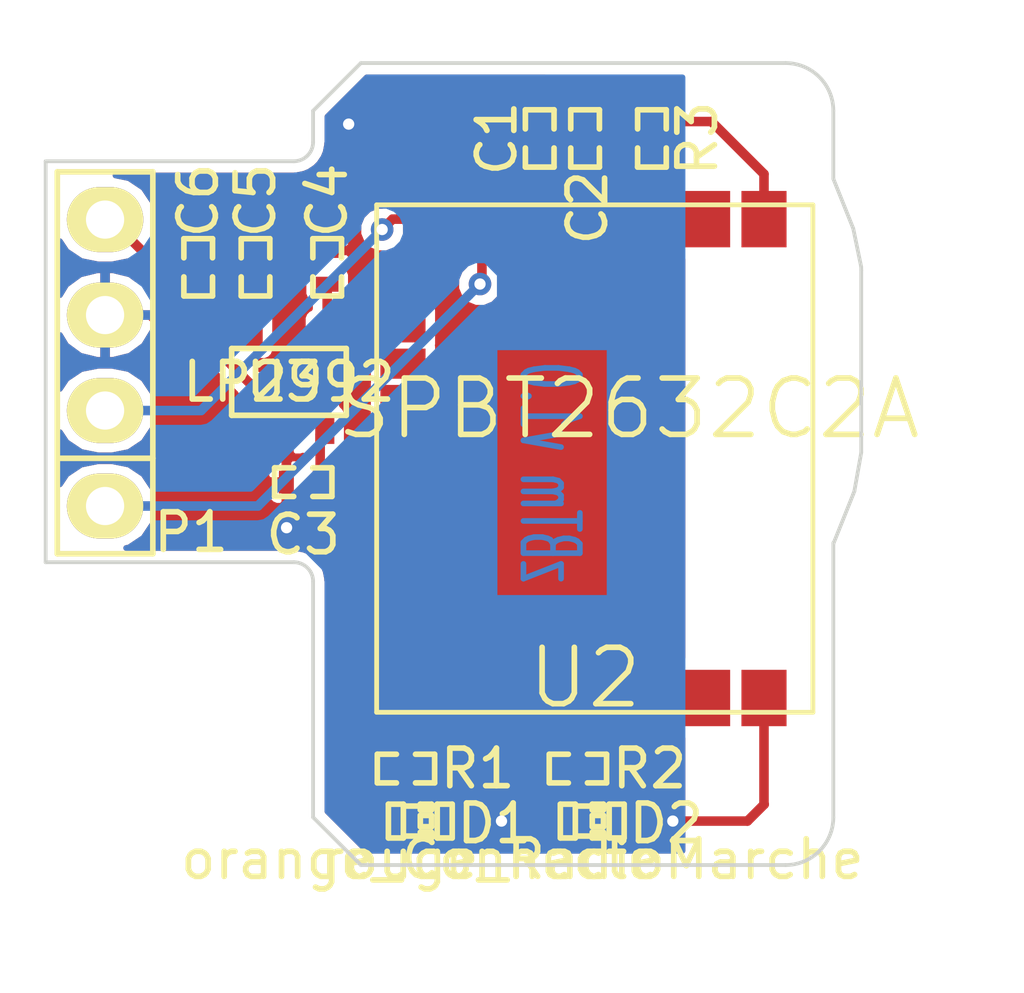
<source format=kicad_pcb>
(kicad_pcb (version 4) (host pcbnew "(2014-10-23 BZR 4804)-product")

  (general
    (links 28)
    (no_connects 0)
    (area 127.275667 85.09 156.781501 111.506001)
    (thickness 1.6)
    (drawings 36)
    (tracks 106)
    (zones 0)
    (modules 14)
    (nets 13)
  )

  (page A4)
  (layers
    (0 F.Cu signal)
    (31 B.Cu signal)
    (34 B.Paste user)
    (35 F.Paste user)
    (36 B.SilkS user)
    (37 F.SilkS user)
    (38 B.Mask user)
    (39 F.Mask user)
    (40 Dwgs.User user)
    (41 Cmts.User user)
    (42 Eco1.User user)
    (43 Eco2.User user hide)
    (44 Edge.Cuts user)
    (45 Margin user)
  )

  (setup
    (last_trace_width 0.254)
    (trace_clearance 0.15)
    (zone_clearance 0.254)
    (zone_45_only yes)
    (trace_min 0.254)
    (segment_width 0.15)
    (edge_width 0.15)
    (via_size 0.6)
    (via_drill 0.3)
    (via_min_size 0.6)
    (via_min_drill 0.3)
    (uvia_size 0.508)
    (uvia_drill 0.127)
    (uvias_allowed no)
    (uvia_min_size 0.508)
    (uvia_min_drill 0.127)
    (pcb_text_width 0.3)
    (pcb_text_size 1.5 1.5)
    (mod_edge_width 0.127)
    (mod_text_size 1.5 1.5)
    (mod_text_width 0.15)
    (pad_size 1.7272 2.032)
    (pad_drill 1.016)
    (pad_to_mask_clearance 0.2)
    (aux_axis_origin 151.384 104.648)
    (visible_elements FFFC6D3F)
    (pcbplotparams
      (layerselection 0x01020_00000000)
      (usegerberextensions false)
      (excludeedgelayer false)
      (linewidth 0.100000)
      (plotframeref false)
      (viasonmask false)
      (mode 1)
      (useauxorigin false)
      (hpglpennumber 1)
      (hpglpenspeed 20)
      (hpglpendiameter 15)
      (hpglpenoverlay 2)
      (psnegative false)
      (psa4output false)
      (plotreference true)
      (plotvalue false)
      (plotinvisibletext false)
      (padsonsilk true)
      (subtractmaskfromsilk false)
      (outputformat 4)
      (mirror false)
      (drillshape 0)
      (scaleselection 1)
      (outputdirectory gerber/))
  )

  (net 0 "")
  (net 1 +2.5V)
  (net 2 GND)
  (net 3 "Net-(C2-Pad2)")
  (net 4 +5V)
  (net 5 "Net-(C4-Pad2)")
  (net 6 "Net-(D1-Pad1)")
  (net 7 "Net-(D2-Pad1)")
  (net 8 UART_TX)
  (net 9 UART_RX)
  (net 10 "Net-(R1-Pad1)")
  (net 11 "Net-(R2-Pad1)")
  (net 12 "Net-(U2-Pad11)")

  (net_class Default "Ceci est la Netclass par défaut"
    (clearance 0.15)
    (trace_width 0.254)
    (via_dia 0.6)
    (via_drill 0.3)
    (uvia_dia 0.508)
    (uvia_drill 0.127)
    (add_net +2.5V)
    (add_net +5V)
    (add_net GND)
    (add_net "Net-(C2-Pad2)")
    (add_net "Net-(C4-Pad2)")
    (add_net "Net-(D1-Pad1)")
    (add_net "Net-(D2-Pad1)")
    (add_net "Net-(R1-Pad1)")
    (add_net "Net-(R2-Pad1)")
    (add_net "Net-(U2-Pad11)")
    (add_net UART_RX)
    (add_net UART_TX)
  )

  (module LEDs:LED-0603 (layer F.Cu) (tedit 54986003) (tstamp 5488166E)
    (at 140.716 106.934)
    (descr "LED 0603 smd package")
    (tags "LED led 0603 SMD smd SMT smt smdled SMDLED smtled SMTLED")
    (path /547F5B12)
    (attr smd)
    (fp_text reference D1 (at 1.9685 0.0635 180) (layer F.SilkS)
      (effects (font (size 1 1) (thickness 0.15)))
    )
    (fp_text value orange_Connecte (at 0 1.016) (layer F.SilkS)
      (effects (font (size 1 1) (thickness 0.15)))
    )
    (fp_line (start 0.44958 -0.44958) (end 0.44958 0.44958) (layer F.SilkS) (width 0.15))
    (fp_line (start 0.44958 0.44958) (end 0.84836 0.44958) (layer F.SilkS) (width 0.15))
    (fp_line (start 0.84836 -0.44958) (end 0.84836 0.44958) (layer F.SilkS) (width 0.15))
    (fp_line (start 0.44958 -0.44958) (end 0.84836 -0.44958) (layer F.SilkS) (width 0.15))
    (fp_line (start -0.84836 -0.44958) (end -0.84836 0.44958) (layer F.SilkS) (width 0.15))
    (fp_line (start -0.84836 0.44958) (end -0.44958 0.44958) (layer F.SilkS) (width 0.15))
    (fp_line (start -0.44958 -0.44958) (end -0.44958 0.44958) (layer F.SilkS) (width 0.15))
    (fp_line (start -0.84836 -0.44958) (end -0.44958 -0.44958) (layer F.SilkS) (width 0.15))
    (fp_line (start 0 -0.44958) (end 0 -0.29972) (layer F.SilkS) (width 0.15))
    (fp_line (start 0 -0.29972) (end 0.29972 -0.29972) (layer F.SilkS) (width 0.15))
    (fp_line (start 0.29972 -0.44958) (end 0.29972 -0.29972) (layer F.SilkS) (width 0.15))
    (fp_line (start 0 -0.44958) (end 0.29972 -0.44958) (layer F.SilkS) (width 0.15))
    (fp_line (start 0 0.29972) (end 0 0.44958) (layer F.SilkS) (width 0.15))
    (fp_line (start 0 0.44958) (end 0.29972 0.44958) (layer F.SilkS) (width 0.15))
    (fp_line (start 0.29972 0.29972) (end 0.29972 0.44958) (layer F.SilkS) (width 0.15))
    (fp_line (start 0 0.29972) (end 0.29972 0.29972) (layer F.SilkS) (width 0.15))
    (fp_line (start 0 -0.14986) (end 0 0.14986) (layer F.SilkS) (width 0.15))
    (fp_line (start 0 0.14986) (end 0.29972 0.14986) (layer F.SilkS) (width 0.15))
    (fp_line (start 0.29972 -0.14986) (end 0.29972 0.14986) (layer F.SilkS) (width 0.15))
    (fp_line (start 0 -0.14986) (end 0.29972 -0.14986) (layer F.SilkS) (width 0.15))
    (fp_line (start 0.44958 -0.39878) (end -0.44958 -0.39878) (layer F.SilkS) (width 0.15))
    (fp_line (start 0.44958 0.39878) (end -0.44958 0.39878) (layer F.SilkS) (width 0.15))
    (pad 1 smd rect (at -0.7493 0) (size 0.79756 0.79756) (layers F.Cu F.Paste F.Mask)
      (net 6 "Net-(D1-Pad1)"))
    (pad 2 smd rect (at 0.7493 0) (size 0.79756 0.79756) (layers F.Cu F.Paste F.Mask)
      (net 2 GND))
  )

  (module LEDs:LED-0603 (layer F.Cu) (tedit 54985FF9) (tstamp 548B40EC)
    (at 145.288 106.934)
    (descr "LED 0603 smd package")
    (tags "LED led 0603 SMD smd SMT smt smdled SMDLED smtled SMTLED")
    (path /547F5B95)
    (attr smd)
    (fp_text reference D2 (at 1.9685 0.0635 180) (layer F.SilkS)
      (effects (font (size 1 1) (thickness 0.15)))
    )
    (fp_text value rouge_RadioMarche (at 0 1.016) (layer F.SilkS)
      (effects (font (size 1 1) (thickness 0.15)))
    )
    (fp_line (start 0.44958 -0.44958) (end 0.44958 0.44958) (layer F.SilkS) (width 0.15))
    (fp_line (start 0.44958 0.44958) (end 0.84836 0.44958) (layer F.SilkS) (width 0.15))
    (fp_line (start 0.84836 -0.44958) (end 0.84836 0.44958) (layer F.SilkS) (width 0.15))
    (fp_line (start 0.44958 -0.44958) (end 0.84836 -0.44958) (layer F.SilkS) (width 0.15))
    (fp_line (start -0.84836 -0.44958) (end -0.84836 0.44958) (layer F.SilkS) (width 0.15))
    (fp_line (start -0.84836 0.44958) (end -0.44958 0.44958) (layer F.SilkS) (width 0.15))
    (fp_line (start -0.44958 -0.44958) (end -0.44958 0.44958) (layer F.SilkS) (width 0.15))
    (fp_line (start -0.84836 -0.44958) (end -0.44958 -0.44958) (layer F.SilkS) (width 0.15))
    (fp_line (start 0 -0.44958) (end 0 -0.29972) (layer F.SilkS) (width 0.15))
    (fp_line (start 0 -0.29972) (end 0.29972 -0.29972) (layer F.SilkS) (width 0.15))
    (fp_line (start 0.29972 -0.44958) (end 0.29972 -0.29972) (layer F.SilkS) (width 0.15))
    (fp_line (start 0 -0.44958) (end 0.29972 -0.44958) (layer F.SilkS) (width 0.15))
    (fp_line (start 0 0.29972) (end 0 0.44958) (layer F.SilkS) (width 0.15))
    (fp_line (start 0 0.44958) (end 0.29972 0.44958) (layer F.SilkS) (width 0.15))
    (fp_line (start 0.29972 0.29972) (end 0.29972 0.44958) (layer F.SilkS) (width 0.15))
    (fp_line (start 0 0.29972) (end 0.29972 0.29972) (layer F.SilkS) (width 0.15))
    (fp_line (start 0 -0.14986) (end 0 0.14986) (layer F.SilkS) (width 0.15))
    (fp_line (start 0 0.14986) (end 0.29972 0.14986) (layer F.SilkS) (width 0.15))
    (fp_line (start 0.29972 -0.14986) (end 0.29972 0.14986) (layer F.SilkS) (width 0.15))
    (fp_line (start 0 -0.14986) (end 0.29972 -0.14986) (layer F.SilkS) (width 0.15))
    (fp_line (start 0.44958 -0.39878) (end -0.44958 -0.39878) (layer F.SilkS) (width 0.15))
    (fp_line (start 0.44958 0.39878) (end -0.44958 0.39878) (layer F.SilkS) (width 0.15))
    (pad 1 smd rect (at -0.7493 0) (size 0.79756 0.79756) (layers F.Cu F.Paste F.Mask)
      (net 7 "Net-(D2-Pad1)"))
    (pad 2 smd rect (at 0.7493 0) (size 0.79756 0.79756) (layers F.Cu F.Paste F.Mask)
      (net 2 GND))
  )

  (module Socket_Strips:Socket_Strip_Straight_1x04 (layer F.Cu) (tedit 54985FEB) (tstamp 5488167C)
    (at 132.334 94.742 270)
    (descr "Through hole socket strip")
    (tags "socket strip")
    (path /547F655D)
    (fp_text reference P1 (at 4.5085 -2.286 360) (layer F.SilkS)
      (effects (font (size 1 1) (thickness 0.15)))
    )
    (fp_text value CONN_01X04 (at 0 0 270) (layer F.SilkS) hide
      (effects (font (size 1 1) (thickness 0.15)))
    )
    (fp_line (start 2.54 1.27) (end -5.08 1.27) (layer F.SilkS) (width 0.15))
    (fp_line (start 2.54 -1.27) (end -5.08 -1.27) (layer F.SilkS) (width 0.15))
    (fp_line (start 5.08 -1.27) (end 2.54 -1.27) (layer F.SilkS) (width 0.15))
    (fp_line (start -5.08 1.27) (end -5.08 -1.27) (layer F.SilkS) (width 0.15))
    (fp_line (start 2.54 -1.27) (end 2.54 1.27) (layer F.SilkS) (width 0.15))
    (fp_line (start 5.08 -1.27) (end 5.08 1.27) (layer F.SilkS) (width 0.15))
    (fp_line (start 5.08 1.27) (end 2.54 1.27) (layer F.SilkS) (width 0.15))
    (pad 1 thru_hole oval (at 3.81 0 90) (size 1.7272 2.032) (drill 1.016) (layers *.Cu *.Mask F.SilkS)
      (net 8 UART_TX))
    (pad 2 thru_hole oval (at 1.27 0 90) (size 1.7272 2.032) (drill 1.016) (layers *.Cu *.Mask F.SilkS)
      (net 9 UART_RX))
    (pad 3 thru_hole oval (at -1.27 0 90) (size 1.7272 2.032) (drill 1.016) (layers *.Cu *.Mask F.SilkS)
      (net 2 GND))
    (pad 4 thru_hole oval (at -3.81 0 90) (size 1.7272 2.032) (drill 1.016) (layers *.Cu *.Mask F.SilkS)
      (net 4 +5V))
    (model Socket_Strips/Socket_Strip_Straight_1x04.wrl
      (at (xyz 0 0 0))
      (scale (xyz 1 1 1))
      (rotate (xyz 0 0 0))
    )
  )

  (module SMD_Packages:SOT-23-5 (layer F.Cu) (tedit 54985FE5) (tstamp 548816B4)
    (at 137.224 95.25)
    (path /547F61F5)
    (attr smd)
    (fp_text reference U3 (at -0.1275 0) (layer F.SilkS)
      (effects (font (size 1 1) (thickness 0.15)))
    )
    (fp_text value LP2992 (at 0 0) (layer F.SilkS)
      (effects (font (size 1 1) (thickness 0.15)))
    )
    (fp_line (start 1.524 -0.889) (end 1.524 0.889) (layer F.SilkS) (width 0.15))
    (fp_line (start 1.524 0.889) (end -1.524 0.889) (layer F.SilkS) (width 0.15))
    (fp_line (start -1.524 0.889) (end -1.524 -0.889) (layer F.SilkS) (width 0.15))
    (fp_line (start -1.524 -0.889) (end 1.524 -0.889) (layer F.SilkS) (width 0.15))
    (pad 1 smd rect (at -0.9525 1.27) (size 0.508 0.762) (layers F.Cu F.Paste F.Mask)
      (net 4 +5V))
    (pad 3 smd rect (at 0.9525 1.27) (size 0.508 0.762) (layers F.Cu F.Paste F.Mask)
      (net 4 +5V))
    (pad 5 smd rect (at -0.9525 -1.27) (size 0.508 0.762) (layers F.Cu F.Paste F.Mask)
      (net 1 +2.5V))
    (pad 2 smd rect (at 0 1.27) (size 0.508 0.762) (layers F.Cu F.Paste F.Mask)
      (net 2 GND))
    (pad 4 smd rect (at 0.9525 -1.27) (size 0.508 0.762) (layers F.Cu F.Paste F.Mask)
      (net 5 "Net-(C4-Pad2)"))
    (model SMD_Packages/SOT-23-5.wrl
      (at (xyz 0 0 0))
      (scale (xyz 0.1 0.1 0.1))
      (rotate (xyz 0 0 0))
    )
  )

  (module SMD_Packages:SMD-0402_c (layer F.Cu) (tedit 54986035) (tstamp 5498519C)
    (at 143.891 88.773 270)
    (path /547F632A)
    (attr smd)
    (fp_text reference C1 (at 0 1.143 270) (layer F.SilkS)
      (effects (font (size 1 1) (thickness 0.15)))
    )
    (fp_text value 0.1uF (at 0.09906 0 270) (layer F.SilkS) hide
      (effects (font (size 1 1) (thickness 0.15)))
    )
    (fp_line (start -0.254 -0.381) (end -0.762 -0.381) (layer F.SilkS) (width 0.15))
    (fp_line (start -0.762 -0.381) (end -0.762 0.381) (layer F.SilkS) (width 0.15))
    (fp_line (start -0.762 0.381) (end -0.254 0.381) (layer F.SilkS) (width 0.15))
    (fp_line (start 0.254 -0.381) (end 0.762 -0.381) (layer F.SilkS) (width 0.15))
    (fp_line (start 0.762 -0.381) (end 0.762 0.381) (layer F.SilkS) (width 0.15))
    (fp_line (start 0.762 0.381) (end 0.254 0.381) (layer F.SilkS) (width 0.15))
    (pad 1 smd rect (at -0.44958 0 270) (size 0.39878 0.59944) (layers F.Cu F.Paste F.Mask)
      (net 1 +2.5V))
    (pad 2 smd rect (at 0.44958 0 270) (size 0.39878 0.59944) (layers F.Cu F.Paste F.Mask)
      (net 2 GND))
    (model SMD_Packages/SMD-0402_c.wrl
      (at (xyz 0 0 0))
      (scale (xyz 0.27 0.27 0.27))
      (rotate (xyz 0 0 0))
    )
  )

  (module SMD_Packages:SMD-0402_c (layer F.Cu) (tedit 54986051) (tstamp 548B448B)
    (at 145.0975 88.773 90)
    (path /547F5E24)
    (attr smd)
    (fp_text reference C2 (at -1.8415 0.0635 270) (layer F.SilkS)
      (effects (font (size 1 1) (thickness 0.15)))
    )
    (fp_text value 0.1uF (at 0.09906 0 90) (layer F.SilkS) hide
      (effects (font (size 1 1) (thickness 0.15)))
    )
    (fp_line (start -0.254 -0.381) (end -0.762 -0.381) (layer F.SilkS) (width 0.15))
    (fp_line (start -0.762 -0.381) (end -0.762 0.381) (layer F.SilkS) (width 0.15))
    (fp_line (start -0.762 0.381) (end -0.254 0.381) (layer F.SilkS) (width 0.15))
    (fp_line (start 0.254 -0.381) (end 0.762 -0.381) (layer F.SilkS) (width 0.15))
    (fp_line (start 0.762 -0.381) (end 0.762 0.381) (layer F.SilkS) (width 0.15))
    (fp_line (start 0.762 0.381) (end 0.254 0.381) (layer F.SilkS) (width 0.15))
    (pad 1 smd rect (at -0.44958 0 90) (size 0.39878 0.59944) (layers F.Cu F.Paste F.Mask)
      (net 2 GND))
    (pad 2 smd rect (at 0.44958 0 90) (size 0.39878 0.59944) (layers F.Cu F.Paste F.Mask)
      (net 3 "Net-(C2-Pad2)"))
    (model SMD_Packages/SMD-0402_c.wrl
      (at (xyz 0 0 0))
      (scale (xyz 0.27 0.27 0.27))
      (rotate (xyz 0 0 0))
    )
  )

  (module SMD_Packages:SMD-0402_c (layer F.Cu) (tedit 548B4AC7) (tstamp 548B4490)
    (at 137.604 97.917)
    (path /547F68E9)
    (attr smd)
    (fp_text reference C3 (at 0 1.397) (layer F.SilkS)
      (effects (font (size 1 1) (thickness 0.15)))
    )
    (fp_text value 4.7uF (at 0.09906 0) (layer F.SilkS) hide
      (effects (font (size 1 1) (thickness 0.15)))
    )
    (fp_line (start -0.254 -0.381) (end -0.762 -0.381) (layer F.SilkS) (width 0.15))
    (fp_line (start -0.762 -0.381) (end -0.762 0.381) (layer F.SilkS) (width 0.15))
    (fp_line (start -0.762 0.381) (end -0.254 0.381) (layer F.SilkS) (width 0.15))
    (fp_line (start 0.254 -0.381) (end 0.762 -0.381) (layer F.SilkS) (width 0.15))
    (fp_line (start 0.762 -0.381) (end 0.762 0.381) (layer F.SilkS) (width 0.15))
    (fp_line (start 0.762 0.381) (end 0.254 0.381) (layer F.SilkS) (width 0.15))
    (pad 1 smd rect (at -0.44958 0) (size 0.39878 0.59944) (layers F.Cu F.Paste F.Mask)
      (net 2 GND))
    (pad 2 smd rect (at 0.44958 0) (size 0.39878 0.59944) (layers F.Cu F.Paste F.Mask)
      (net 4 +5V))
    (model SMD_Packages/SMD-0402_c.wrl
      (at (xyz 0 0 0))
      (scale (xyz 0.27 0.27 0.27))
      (rotate (xyz 0 0 0))
    )
  )

  (module SMD_Packages:SMD-0402_c (layer F.Cu) (tedit 54986028) (tstamp 548B4495)
    (at 138.24 92.202 270)
    (path /547F62F0)
    (attr smd)
    (fp_text reference C4 (at -1.778 0.0005 270) (layer F.SilkS)
      (effects (font (size 1 1) (thickness 0.15)))
    )
    (fp_text value 10nF (at 0.09906 0 270) (layer F.SilkS) hide
      (effects (font (size 1 1) (thickness 0.15)))
    )
    (fp_line (start -0.254 -0.381) (end -0.762 -0.381) (layer F.SilkS) (width 0.15))
    (fp_line (start -0.762 -0.381) (end -0.762 0.381) (layer F.SilkS) (width 0.15))
    (fp_line (start -0.762 0.381) (end -0.254 0.381) (layer F.SilkS) (width 0.15))
    (fp_line (start 0.254 -0.381) (end 0.762 -0.381) (layer F.SilkS) (width 0.15))
    (fp_line (start 0.762 -0.381) (end 0.762 0.381) (layer F.SilkS) (width 0.15))
    (fp_line (start 0.762 0.381) (end 0.254 0.381) (layer F.SilkS) (width 0.15))
    (pad 1 smd rect (at -0.44958 0 270) (size 0.39878 0.59944) (layers F.Cu F.Paste F.Mask)
      (net 2 GND))
    (pad 2 smd rect (at 0.44958 0 270) (size 0.39878 0.59944) (layers F.Cu F.Paste F.Mask)
      (net 5 "Net-(C4-Pad2)"))
    (model SMD_Packages/SMD-0402_c.wrl
      (at (xyz 0 0 0))
      (scale (xyz 0.27 0.27 0.27))
      (rotate (xyz 0 0 0))
    )
  )

  (module SMD_Packages:SMD-0402_c (layer F.Cu) (tedit 54986023) (tstamp 548B449A)
    (at 136.334 92.202 270)
    (path /547F8220)
    (attr smd)
    (fp_text reference C5 (at -1.778 -0.0005 270) (layer F.SilkS)
      (effects (font (size 1 1) (thickness 0.15)))
    )
    (fp_text value 4.7uF (at 0.09906 0 270) (layer F.SilkS) hide
      (effects (font (size 1 1) (thickness 0.15)))
    )
    (fp_line (start -0.254 -0.381) (end -0.762 -0.381) (layer F.SilkS) (width 0.15))
    (fp_line (start -0.762 -0.381) (end -0.762 0.381) (layer F.SilkS) (width 0.15))
    (fp_line (start -0.762 0.381) (end -0.254 0.381) (layer F.SilkS) (width 0.15))
    (fp_line (start 0.254 -0.381) (end 0.762 -0.381) (layer F.SilkS) (width 0.15))
    (fp_line (start 0.762 -0.381) (end 0.762 0.381) (layer F.SilkS) (width 0.15))
    (fp_line (start 0.762 0.381) (end 0.254 0.381) (layer F.SilkS) (width 0.15))
    (pad 1 smd rect (at -0.44958 0 270) (size 0.39878 0.59944) (layers F.Cu F.Paste F.Mask)
      (net 2 GND))
    (pad 2 smd rect (at 0.44958 0 270) (size 0.39878 0.59944) (layers F.Cu F.Paste F.Mask)
      (net 1 +2.5V))
    (model SMD_Packages/SMD-0402_c.wrl
      (at (xyz 0 0 0))
      (scale (xyz 0.27 0.27 0.27))
      (rotate (xyz 0 0 0))
    )
  )

  (module SMD_Packages:SMD-0402_c (layer F.Cu) (tedit 54986011) (tstamp 548B449F)
    (at 134.81 92.202 270)
    (path /547F8278)
    (attr smd)
    (fp_text reference C6 (at -1.778 -0.0005 270) (layer F.SilkS)
      (effects (font (size 1 1) (thickness 0.15)))
    )
    (fp_text value 10nF (at 0.09906 0 270) (layer F.SilkS) hide
      (effects (font (size 1 1) (thickness 0.15)))
    )
    (fp_line (start -0.254 -0.381) (end -0.762 -0.381) (layer F.SilkS) (width 0.15))
    (fp_line (start -0.762 -0.381) (end -0.762 0.381) (layer F.SilkS) (width 0.15))
    (fp_line (start -0.762 0.381) (end -0.254 0.381) (layer F.SilkS) (width 0.15))
    (fp_line (start 0.254 -0.381) (end 0.762 -0.381) (layer F.SilkS) (width 0.15))
    (fp_line (start 0.762 -0.381) (end 0.762 0.381) (layer F.SilkS) (width 0.15))
    (fp_line (start 0.762 0.381) (end 0.254 0.381) (layer F.SilkS) (width 0.15))
    (pad 1 smd rect (at -0.44958 0 270) (size 0.39878 0.59944) (layers F.Cu F.Paste F.Mask)
      (net 2 GND))
    (pad 2 smd rect (at 0.44958 0 270) (size 0.39878 0.59944) (layers F.Cu F.Paste F.Mask)
      (net 1 +2.5V))
    (model SMD_Packages/SMD-0402_c.wrl
      (at (xyz 0 0 0))
      (scale (xyz 0.27 0.27 0.27))
      (rotate (xyz 0 0 0))
    )
  )

  (module SMD_Packages:SMD-0402_r (layer F.Cu) (tedit 548B4906) (tstamp 548B44A4)
    (at 140.335 105.537 180)
    (path /547F591E)
    (attr smd)
    (fp_text reference R1 (at -1.905 0 180) (layer F.SilkS)
      (effects (font (size 1 1) (thickness 0.15)))
    )
    (fp_text value 360 (at 0.09906 0 180) (layer F.SilkS) hide
      (effects (font (size 1 1) (thickness 0.15)))
    )
    (fp_line (start -0.254 -0.381) (end -0.762 -0.381) (layer F.SilkS) (width 0.15))
    (fp_line (start -0.762 -0.381) (end -0.762 0.381) (layer F.SilkS) (width 0.15))
    (fp_line (start -0.762 0.381) (end -0.254 0.381) (layer F.SilkS) (width 0.15))
    (fp_line (start 0.254 -0.381) (end 0.762 -0.381) (layer F.SilkS) (width 0.15))
    (fp_line (start 0.762 -0.381) (end 0.762 0.381) (layer F.SilkS) (width 0.15))
    (fp_line (start 0.762 0.381) (end 0.254 0.381) (layer F.SilkS) (width 0.15))
    (pad 1 smd rect (at -0.44958 0 180) (size 0.39878 0.59944) (layers F.Cu F.Paste F.Mask)
      (net 10 "Net-(R1-Pad1)"))
    (pad 2 smd rect (at 0.44958 0 180) (size 0.39878 0.59944) (layers F.Cu F.Paste F.Mask)
      (net 6 "Net-(D1-Pad1)"))
    (model SMD_Packages/SMD-0402_r.wrl
      (at (xyz 0 0 0))
      (scale (xyz 0.27 0.27 0.27))
      (rotate (xyz 0 0 0))
    )
  )

  (module SMD_Packages:SMD-0402_r (layer F.Cu) (tedit 548B4946) (tstamp 548B44A9)
    (at 144.907 105.537 180)
    (path /547F59C7)
    (attr smd)
    (fp_text reference R2 (at -1.905 0 180) (layer F.SilkS)
      (effects (font (size 1 1) (thickness 0.15)))
    )
    (fp_text value 360 (at 0.09906 0 180) (layer F.SilkS) hide
      (effects (font (size 1 1) (thickness 0.15)))
    )
    (fp_line (start -0.254 -0.381) (end -0.762 -0.381) (layer F.SilkS) (width 0.15))
    (fp_line (start -0.762 -0.381) (end -0.762 0.381) (layer F.SilkS) (width 0.15))
    (fp_line (start -0.762 0.381) (end -0.254 0.381) (layer F.SilkS) (width 0.15))
    (fp_line (start 0.254 -0.381) (end 0.762 -0.381) (layer F.SilkS) (width 0.15))
    (fp_line (start 0.762 -0.381) (end 0.762 0.381) (layer F.SilkS) (width 0.15))
    (fp_line (start 0.762 0.381) (end 0.254 0.381) (layer F.SilkS) (width 0.15))
    (pad 1 smd rect (at -0.44958 0 180) (size 0.39878 0.59944) (layers F.Cu F.Paste F.Mask)
      (net 11 "Net-(R2-Pad1)"))
    (pad 2 smd rect (at 0.44958 0 180) (size 0.39878 0.59944) (layers F.Cu F.Paste F.Mask)
      (net 7 "Net-(D2-Pad1)"))
    (model SMD_Packages/SMD-0402_r.wrl
      (at (xyz 0 0 0))
      (scale (xyz 0.27 0.27 0.27))
      (rotate (xyz 0 0 0))
    )
  )

  (module SMD_Packages:SMD-0402_r (layer F.Cu) (tedit 5498603C) (tstamp 548B44AE)
    (at 146.8755 88.773 90)
    (path /547F5EBA)
    (attr smd)
    (fp_text reference R3 (at 0 1.2065 90) (layer F.SilkS)
      (effects (font (size 1 1) (thickness 0.15)))
    )
    (fp_text value 10K (at 0.09906 0 90) (layer F.SilkS) hide
      (effects (font (size 1 1) (thickness 0.15)))
    )
    (fp_line (start -0.254 -0.381) (end -0.762 -0.381) (layer F.SilkS) (width 0.15))
    (fp_line (start -0.762 -0.381) (end -0.762 0.381) (layer F.SilkS) (width 0.15))
    (fp_line (start -0.762 0.381) (end -0.254 0.381) (layer F.SilkS) (width 0.15))
    (fp_line (start 0.254 -0.381) (end 0.762 -0.381) (layer F.SilkS) (width 0.15))
    (fp_line (start 0.762 -0.381) (end 0.762 0.381) (layer F.SilkS) (width 0.15))
    (fp_line (start 0.762 0.381) (end 0.254 0.381) (layer F.SilkS) (width 0.15))
    (pad 1 smd rect (at -0.44958 0 90) (size 0.39878 0.59944) (layers F.Cu F.Paste F.Mask)
      (net 3 "Net-(C2-Pad2)"))
    (pad 2 smd rect (at 0.44958 0 90) (size 0.39878 0.59944) (layers F.Cu F.Paste F.Mask)
      (net 1 +2.5V))
    (model SMD_Packages/SMD-0402_r.wrl
      (at (xyz 0 0 0))
      (scale (xyz 0.27 0.27 0.27))
      (rotate (xyz 0 0 0))
    )
  )

  (module zhonx3_bt:SPBT2632C2A (layer F.Cu) (tedit 54985FBB) (tstamp 548816AB)
    (at 140.855 103.66)
    (path /547F4932)
    (fp_text reference U2 (at 4.2425 -0.536) (layer F.SilkS)
      (effects (font (size 1.5 1.5) (thickness 0.15)))
    )
    (fp_text value SPBT2632C2A (at 5.4 -7.7) (layer F.SilkS)
      (effects (font (size 1.5 1.5) (thickness 0.15)))
    )
    (fp_line (start -1.3 -13.12) (end -1.3 0.38) (layer F.SilkS) (width 0.127))
    (fp_line (start 10.3 -13.12) (end -1.3 -13.12) (layer F.SilkS) (width 0.127))
    (fp_line (start 10.3 0.38) (end 10.3 -13.12) (layer F.SilkS) (width 0.127))
    (fp_line (start -1.3 0.38) (end 10.3 0.38) (layer F.SilkS) (width 0.127))
    (pad 1 smd rect (at 0 0) (size 1.2 1.5) (layers F.Cu F.Paste F.Mask)
      (net 10 "Net-(R1-Pad1)"))
    (pad 2 smd rect (at 1.5 0) (size 1.2 1.5) (layers F.Cu F.Paste F.Mask))
    (pad 3 smd rect (at 3 0) (size 1.2 1.5) (layers F.Cu F.Paste F.Mask))
    (pad 4 smd rect (at 4.5 0) (size 1.2 1.5) (layers F.Cu F.Paste F.Mask)
      (net 11 "Net-(R2-Pad1)"))
    (pad 5 smd rect (at 6 0) (size 1.2 1.5) (layers F.Cu F.Paste F.Mask))
    (pad 6 smd rect (at 7.5 0) (size 1.2 1.5) (layers F.Cu F.Paste F.Mask))
    (pad 7 smd rect (at 9 0) (size 1.2 1.5) (layers F.Cu F.Paste F.Mask)
      (net 2 GND))
    (pad 8 smd rect (at 9 -12.74) (size 1.2 1.5) (layers F.Cu F.Paste F.Mask)
      (net 1 +2.5V))
    (pad 9 smd rect (at 7.5 -12.74) (size 1.2 1.5) (layers F.Cu F.Paste F.Mask))
    (pad 10 smd rect (at 6 -12.74) (size 1.2 1.5) (layers F.Cu F.Paste F.Mask)
      (net 3 "Net-(C2-Pad2)"))
    (pad 11 smd rect (at 4.5 -12.74) (size 1.2 1.5) (layers F.Cu F.Paste F.Mask)
      (net 12 "Net-(U2-Pad11)"))
    (pad 12 smd rect (at 3 -12.74) (size 1.2 1.5) (layers F.Cu F.Paste F.Mask)
      (net 12 "Net-(U2-Pad11)"))
    (pad 13 smd rect (at 1.5 -12.74) (size 1.2 1.5) (layers F.Cu F.Paste F.Mask)
      (net 8 UART_TX))
    (pad 14 smd rect (at 0 -12.74) (size 1.2 1.5) (layers F.Cu F.Paste F.Mask)
      (net 9 UART_RX))
    (pad 15 smd rect (at -0.9 -4.35) (size 1.5 1.2) (layers F.Cu F.Paste F.Mask))
    (pad 16 smd rect (at -0.9 -2.7) (size 1.5 1.2) (layers F.Cu F.Paste F.Mask))
    (pad 17 smd rect (at -0.6 -6) (size 1.2 0.8) (layers F.Cu F.Paste F.Mask))
    (pad 18 smd rect (at -0.6 -6.965) (size 1.2 0.8) (layers F.Cu F.Paste F.Mask))
    (pad 19 smd rect (at -0.6 -7.93) (size 1.2 0.8) (layers F.Cu F.Paste F.Mask))
    (pad 20 smd rect (at -0.6 -8.895) (size 1.2 0.8) (layers F.Cu F.Paste F.Mask))
    (pad 21 smd rect (at -0.6 -9.86) (size 1.2 0.8) (layers F.Cu F.Paste F.Mask))
    (pad 22 smd rect (at -0.6 -10.825) (size 1.2 0.8) (layers F.Cu F.Paste F.Mask))
  )

  (gr_line (start 130.7465 100.0125) (end 130.7465 89.408) (angle 90) (layer Eco2.User) (width 0.15))
  (gr_line (start 137.414 100.0125) (end 130.7465 100.0125) (angle 90) (layer Eco2.User) (width 0.15))
  (gr_line (start 137.922 100.5205) (end 137.414 100.0125) (angle 90) (layer Eco2.User) (width 0.15))
  (gr_line (start 137.922 106.8705) (end 137.922 100.5205) (angle 90) (layer Eco2.User) (width 0.15))
  (gr_line (start 139.1285 108.077) (end 137.922 106.8705) (angle 90) (layer Eco2.User) (width 0.15))
  (gr_line (start 150.5585 108.077) (end 139.1285 108.077) (angle 90) (layer Eco2.User) (width 0.15))
  (gr_line (start 151.7015 106.934) (end 150.5585 108.077) (angle 90) (layer Eco2.User) (width 0.15))
  (gr_line (start 151.7015 87.9475) (end 151.7015 106.934) (angle 90) (layer Eco2.User) (width 0.15))
  (gr_line (start 150.5585 86.8045) (end 151.7015 87.9475) (angle 90) (layer Eco2.User) (width 0.15))
  (gr_line (start 139.1285 86.8045) (end 150.5585 86.8045) (angle 90) (layer Eco2.User) (width 0.15))
  (gr_line (start 137.8585 88.0745) (end 139.1285 86.8045) (angle 90) (layer Eco2.User) (width 0.15))
  (gr_line (start 137.8585 89.408) (end 137.8585 88.0745) (angle 90) (layer Eco2.User) (width 0.15))
  (gr_line (start 130.7465 89.408) (end 137.8585 89.408) (angle 90) (layer Eco2.User) (width 0.15))
  (gr_line (start 150.429109 108.103754) (end 139.135779 108.103754) (layer Edge.Cuts) (width 0.1))
  (gr_line (start 150.429109 86.767754) (end 139.135779 86.767754) (layer Edge.Cuts) (width 0.1))
  (gr_line (start 152.258009 98.156917) (end 152.226209 98.239917) (layer Edge.Cuts) (width 0.1))
  (gr_line (start 152.439809 92.190917) (end 152.441109 92.279917) (layer Edge.Cuts) (width 0.1))
  (gr_line (start 152.441109 92.279917) (end 152.441109 97.124917) (layer Edge.Cuts) (width 0.1))
  (gr_line (start 152.441009 97.130917) (end 152.258309 98.155917) (layer Edge.Cuts) (width 0.1))
  (gr_line (start 152.228409 91.169917) (end 152.439709 92.189917) (layer Edge.Cuts) (width 0.1))
  (gr_line (start 152.226109 98.240917) (end 151.699109 99.558417) (layer Edge.Cuts) (width 0.1))
  (gr_line (start 151.699109 99.531167) (end 151.699109 106.833754) (layer Edge.Cuts) (width 0.1))
  (gr_line (start 151.699109 89.84635) (end 152.226109 91.163917) (layer Edge.Cuts) (width 0.1))
  (gr_line (start 151.699109 88.037754) (end 151.699109 89.84635) (layer Edge.Cuts) (width 0.1))
  (gr_line (start 137.865779 100.559961) (end 137.865779 106.833754) (layer Edge.Cuts) (width 0.1))
  (gr_line (start 137.865779 88.867961) (end 137.865779 88.037754) (layer Edge.Cuts) (width 0.1))
  (gr_line (start 130.753779 100.047961) (end 137.353779 100.047961) (layer Edge.Cuts) (width 0.1))
  (gr_line (start 130.753779 89.379961) (end 130.753779 100.047961) (layer Edge.Cuts) (width 0.1))
  (gr_line (start 137.353779 89.379961) (end 130.753779 89.379961) (layer Edge.Cuts) (width 0.1))
  (gr_arc (start 137.353779 100.559961) (end 137.865779 100.559961) (angle -90) (layer Edge.Cuts) (width 0.1))
  (gr_arc (start 137.353779 88.867961) (end 137.353779 89.379961) (angle -90) (layer Edge.Cuts) (width 0.1))
  (gr_arc (start 150.429109 88.037754) (end 151.699109 88.037754) (angle -90) (layer Edge.Cuts) (width 0.1))
  (gr_arc (start 150.429109 106.833754) (end 150.429109 108.103754) (angle -90) (layer Edge.Cuts) (width 0.1))
  (gr_line (start 139.135779 108.103754) (end 137.865779 106.833754) (layer Edge.Cuts) (width 0.1))
  (gr_line (start 137.865779 88.037754) (end 139.135779 86.767754) (layer Edge.Cuts) (width 0.1))
  (gr_text "zBTm v1.0" (at 144.145 97.663 270) (layer B.Cu)
    (effects (font (size 1.5 0.75) (thickness 0.15)) (justify mirror))
  )

  (segment (start 134.81 92.6516) (end 136.2715 92.6516) (width 0.254) (layer F.Cu) (net 1) (status 30))
  (segment (start 136.2715 92.6516) (end 136.334 92.6516) (width 0.254) (layer F.Cu) (net 1) (status 30))
  (segment (start 136.2715 93.6508) (end 136.2715 93.7163) (width 0.254) (layer F.Cu) (net 1) (status 30))
  (segment (start 136.2715 93.98) (end 136.2715 93.7163) (width 0.254) (layer F.Cu) (net 1) (status 30))
  (segment (start 136.2715 93.6508) (end 136.2715 92.6516) (width 0.254) (layer F.Cu) (net 1) (status 30))
  (segment (start 134.81 92.65158) (end 134.25628 92.65158) (width 0.254) (layer F.Cu) (net 1))
  (segment (start 134.25628 92.65158) (end 134.0485 92.4438) (width 0.254) (layer F.Cu) (net 1))
  (segment (start 134.0485 92.4438) (end 134.0485 91.2495) (width 0.254) (layer F.Cu) (net 1))
  (segment (start 134.0485 91.2495) (end 134.4989 90.7991) (width 0.254) (layer F.Cu) (net 1))
  (segment (start 134.4989 90.7991) (end 137.8644 90.7991) (width 0.254) (layer F.Cu) (net 1))
  (segment (start 140.34008 88.32342) (end 140.259434 88.404066) (width 0.254) (layer F.Cu) (net 1))
  (segment (start 143.891 88.32342) (end 140.34008 88.32342) (width 0.254) (layer F.Cu) (net 1))
  (segment (start 137.8644 90.7991) (end 140.259434 88.404066) (width 0.254) (layer F.Cu) (net 1))
  (segment (start 146.8755 88.32342) (end 148.45792 88.32342) (width 0.254) (layer F.Cu) (net 1))
  (segment (start 149.855 89.7205) (end 149.855 90.92) (width 0.254) (layer F.Cu) (net 1))
  (segment (start 148.45792 88.32342) (end 149.855 89.7205) (width 0.254) (layer F.Cu) (net 1))
  (segment (start 146.431 87.5665) (end 146.8755 88.011) (width 0.254) (layer F.Cu) (net 1))
  (segment (start 144.19453 87.5665) (end 146.431 87.5665) (width 0.254) (layer F.Cu) (net 1))
  (segment (start 146.8755 88.011) (end 146.8755 88.265) (width 0.254) (layer F.Cu) (net 1))
  (segment (start 143.891 87.87003) (end 144.19453 87.5665) (width 0.254) (layer F.Cu) (net 1))
  (segment (start 143.891 88.32342) (end 143.891 87.87003) (width 0.254) (layer F.Cu) (net 1))
  (segment (start 136.334 91.7524) (end 134.81 91.7524) (width 0.254) (layer F.Cu) (net 2) (status 30))
  (segment (start 141.4977 106.934) (end 141.4653 106.934) (width 0.254) (layer F.Cu) (net 2) (status 30))
  (segment (start 149.4155 106.934) (end 149.86 106.4895) (width 0.254) (layer F.Cu) (net 2))
  (segment (start 149.855 106.4845) (end 149.855 103.66) (width 0.254) (layer F.Cu) (net 2) (status 20))
  (segment (start 149.86 106.4895) (end 149.855 106.4845) (width 0.254) (layer F.Cu) (net 2))
  (via (at 142.875 106.934) (size 0.6) (drill 0.3) (layers F.Cu B.Cu) (net 2))
  (segment (start 141.4653 106.934) (end 142.875 106.934) (width 0.254) (layer F.Cu) (net 2) (status 10))
  (via (at 137.16 99.12901) (size 0.6) (drill 0.3) (layers F.Cu B.Cu) (net 2))
  (segment (start 137.16 97.92258) (end 137.15442 97.917) (width 0.254) (layer F.Cu) (net 2) (status 30))
  (segment (start 137.16 99.12901) (end 137.16 97.92258) (width 0.254) (layer F.Cu) (net 2) (status 20))
  (segment (start 137.16551 99.12901) (end 137.16 99.12901) (width 0.254) (layer B.Cu) (net 2))
  (segment (start 142.875 104.8385) (end 137.16551 99.12901) (width 0.254) (layer B.Cu) (net 2))
  (segment (start 142.875 106.934) (end 142.875 104.8385) (width 0.254) (layer B.Cu) (net 2))
  (segment (start 137.30736 91.7524) (end 138.24 91.7524) (width 0.254) (layer F.Cu) (net 2) (status 20))
  (segment (start 136.334 91.7524) (end 137.30736 91.7524) (width 0.254) (layer F.Cu) (net 2) (status 10))
  (segment (start 137.15442 96.58958) (end 137.224 96.52) (width 0.254) (layer F.Cu) (net 2) (status 30))
  (segment (start 137.15442 97.917) (end 137.15442 96.58958) (width 0.254) (layer F.Cu) (net 2) (status 30))
  (segment (start 137.16 99.12901) (end 140.72151 99.12901) (width 0.254) (layer B.Cu) (net 2))
  (via (at 147.430576 106.934) (size 0.6) (drill 0.3) (layers F.Cu B.Cu) (net 2))
  (segment (start 140.72151 99.12901) (end 147.430576 105.838076) (width 0.254) (layer B.Cu) (net 2))
  (segment (start 147.430576 106.934) (end 149.4155 106.934) (width 0.254) (layer F.Cu) (net 2))
  (segment (start 147.430576 105.838076) (end 147.430576 106.934) (width 0.254) (layer B.Cu) (net 2))
  (segment (start 146.0373 106.934) (end 147.430576 106.934) (width 0.254) (layer F.Cu) (net 2))
  (segment (start 137.30736 94.76236) (end 137.30736 91.7524) (width 0.254) (layer F.Cu) (net 2))
  (segment (start 137.4775 94.9325) (end 137.30736 94.76236) (width 0.254) (layer F.Cu) (net 2))
  (segment (start 139.0015 95.631) (end 138.303 94.9325) (width 0.254) (layer F.Cu) (net 2))
  (segment (start 139.0015 97.7265) (end 139.0015 95.631) (width 0.254) (layer F.Cu) (net 2))
  (segment (start 138.7475 97.9805) (end 139.0015 97.7265) (width 0.254) (layer F.Cu) (net 2))
  (segment (start 138.7475 98.806) (end 138.7475 97.9805) (width 0.254) (layer F.Cu) (net 2))
  (segment (start 138.42449 99.12901) (end 138.7475 98.806) (width 0.254) (layer F.Cu) (net 2))
  (segment (start 138.303 94.9325) (end 137.4775 94.9325) (width 0.254) (layer F.Cu) (net 2))
  (segment (start 137.16 99.12901) (end 138.42449 99.12901) (width 0.254) (layer F.Cu) (net 2))
  (segment (start 135.509 97.917) (end 137.15442 97.917) (width 0.254) (layer F.Cu) (net 2))
  (segment (start 134.8105 97.2185) (end 135.509 97.917) (width 0.254) (layer F.Cu) (net 2))
  (segment (start 134.8105 94.742) (end 134.8105 97.2185) (width 0.254) (layer F.Cu) (net 2))
  (segment (start 133.5405 93.472) (end 134.8105 94.742) (width 0.254) (layer F.Cu) (net 2))
  (segment (start 132.334 93.472) (end 133.5405 93.472) (width 0.254) (layer F.Cu) (net 2))
  (segment (start 138.24 91.29903) (end 140.32153 89.2175) (width 0.254) (layer F.Cu) (net 2))
  (segment (start 138.24 91.75242) (end 138.24 91.29903) (width 0.254) (layer F.Cu) (net 2))
  (segment (start 140.32661 89.22258) (end 145.0975 89.22258) (width 0.254) (layer F.Cu) (net 2))
  (segment (start 140.32153 89.2175) (end 140.32661 89.22258) (width 0.254) (layer F.Cu) (net 2))
  (via (at 138.811 88.392) (size 0.6) (drill 0.3) (layers F.Cu B.Cu) (net 2))
  (segment (start 138.902962 88.392) (end 138.811 88.392) (width 0.254) (layer B.Cu) (net 2))
  (segment (start 142.880501 92.369539) (end 138.902962 88.392) (width 0.254) (layer B.Cu) (net 2))
  (segment (start 142.880501 93.408509) (end 142.880501 92.369539) (width 0.254) (layer B.Cu) (net 2))
  (segment (start 137.16 99.12901) (end 142.880501 93.408509) (width 0.254) (layer B.Cu) (net 2))
  (segment (start 146.855 89.24308) (end 146.8755 89.22258) (width 0.254) (layer F.Cu) (net 3))
  (segment (start 146.855 90.92) (end 146.855 89.24308) (width 0.254) (layer F.Cu) (net 3))
  (segment (start 146.30908 89.22258) (end 146.8755 89.22258) (width 0.254) (layer F.Cu) (net 3))
  (segment (start 146.002218 88.915718) (end 146.30908 89.22258) (width 0.254) (layer F.Cu) (net 3))
  (segment (start 146.002218 88.598218) (end 146.002218 88.915718) (width 0.254) (layer F.Cu) (net 3))
  (segment (start 145.72742 88.32342) (end 146.002218 88.598218) (width 0.254) (layer F.Cu) (net 3))
  (segment (start 145.0975 88.32342) (end 145.72742 88.32342) (width 0.254) (layer F.Cu) (net 3))
  (segment (start 133.62701 92.07261) (end 133.62701 92.73301) (width 0.254) (layer F.Cu) (net 4))
  (segment (start 132.4864 90.932) (end 133.62701 92.07261) (width 0.254) (layer F.Cu) (net 4) (status 10))
  (segment (start 132.334 90.932) (end 132.4864 90.932) (width 0.254) (layer F.Cu) (net 4) (status 30))
  (segment (start 138.05358 96.64292) (end 138.1765 96.52) (width 0.254) (layer F.Cu) (net 4) (status 30))
  (segment (start 138.05358 97.917) (end 138.05358 96.64292) (width 0.254) (layer F.Cu) (net 4) (status 30))
  (segment (start 136.2715 95.3775) (end 133.62701 92.73301) (width 0.254) (layer F.Cu) (net 4))
  (segment (start 136.2715 96.52) (end 136.2715 95.3775) (width 0.254) (layer F.Cu) (net 4) (status 10))
  (segment (start 137.669 95.3775) (end 136.2715 95.3775) (width 0.254) (layer F.Cu) (net 4))
  (segment (start 138.1765 95.885) (end 137.669 95.3775) (width 0.254) (layer F.Cu) (net 4))
  (segment (start 138.1765 96.52) (end 138.1765 95.885) (width 0.254) (layer F.Cu) (net 4))
  (segment (start 138.24 93.9165) (end 138.1765 93.98) (width 0.254) (layer F.Cu) (net 5) (status 30))
  (segment (start 138.24 92.65158) (end 138.24 93.9165) (width 0.254) (layer F.Cu) (net 5) (status 30))
  (segment (start 139.88542 106.85272) (end 139.9667 106.934) (width 0.254) (layer F.Cu) (net 6) (status 30))
  (segment (start 139.88542 105.537) (end 139.88542 106.85272) (width 0.254) (layer F.Cu) (net 6) (status 30))
  (segment (start 144.45742 106.85272) (end 144.5387 106.934) (width 0.254) (layer F.Cu) (net 7) (status 30))
  (segment (start 144.45742 105.537) (end 144.45742 106.85272) (width 0.254) (layer F.Cu) (net 7) (status 30))
  (via (at 142.3035 92.6465) (size 0.6) (drill 0.3) (layers F.Cu B.Cu) (net 8))
  (segment (start 132.334 98.552) (end 136.398 98.552) (width 0.254) (layer B.Cu) (net 8))
  (segment (start 136.398 98.552) (end 142.003501 92.946499) (width 0.254) (layer B.Cu) (net 8))
  (segment (start 142.003501 92.946499) (end 142.3035 92.6465) (width 0.254) (layer B.Cu) (net 8))
  (segment (start 142.355 90.92) (end 142.355 92.595) (width 0.254) (layer F.Cu) (net 8))
  (segment (start 142.355 92.595) (end 142.3035 92.6465) (width 0.254) (layer F.Cu) (net 8))
  (via (at 139.7014 91.1963) (size 0.6) (layers F.Cu B.Cu) (net 9))
  (segment (start 140.855 90.92) (end 139.9777 90.92) (width 0.254) (layer F.Cu) (net 9) (status 10))
  (segment (start 134.8857 96.012) (end 139.7014 91.1963) (width 0.254) (layer B.Cu) (net 9))
  (segment (start 132.334 96.012) (end 134.8857 96.012) (width 0.254) (layer B.Cu) (net 9) (status 10))
  (segment (start 139.9777 90.92) (end 139.7014 91.1963) (width 0.254) (layer F.Cu) (net 9))
  (segment (start 140.78458 103.73042) (end 140.855 103.66) (width 0.254) (layer F.Cu) (net 10) (status 30))
  (segment (start 140.78458 105.537) (end 140.78458 103.73042) (width 0.254) (layer F.Cu) (net 10) (status 30))
  (segment (start 145.35658 103.66158) (end 145.355 103.66) (width 0.254) (layer F.Cu) (net 11) (status 30))
  (segment (start 145.35658 105.537) (end 145.35658 103.66158) (width 0.254) (layer F.Cu) (net 11) (status 30))
  (segment (start 143.855 90.92) (end 145.355 90.92) (width 0.254) (layer F.Cu) (net 12) (status 30))

  (zone (net 0) (net_name "") (layer B.Cu) (tstamp 54984485) (hatch edge 0.508)
    (connect_pads (clearance 0.254))
    (min_thickness 0.15)
    (keepout (tracks allowed) (vias allowed) (copperpour not_allowed))
    (fill yes (arc_segments 16) (thermal_gap 0.254) (thermal_bridge_width 0.254))
    (polygon
      (pts
        (xy 156.7815 111.506) (xy 148.0185 111.506) (xy 148.0185 85.09) (xy 156.7815 85.09)
      )
    )
  )
  (zone (net 2) (net_name GND) (layer B.Cu) (tstamp 549846D7) (hatch edge 0.508)
    (connect_pads (clearance 0.254))
    (min_thickness 0.15)
    (fill yes (arc_segments 16) (thermal_gap 0.254) (thermal_bridge_width 0.254))
    (polygon
      (pts
        (xy 147.7645 111.506) (xy 129.54 111.506) (xy 129.54 85.09) (xy 147.7645 85.09)
      )
    )
    (filled_polygon
      (pts
        (xy 147.6895 107.724754) (xy 145.749 107.724754) (xy 145.749 100.995573) (xy 145.749 94.330428) (xy 142.691 94.330428)
        (xy 142.691 100.995573) (xy 145.749 100.995573) (xy 145.749 107.724754) (xy 139.292765 107.724754) (xy 138.244779 106.676767)
        (xy 138.244779 100.559961) (xy 138.237496 100.523351) (xy 138.237497 100.486022) (xy 138.198523 100.290087) (xy 138.164032 100.20682)
        (xy 138.141933 100.153467) (xy 138.141931 100.153465) (xy 138.030946 99.987362) (xy 138.030944 99.98736) (xy 137.92638 99.882796)
        (xy 137.926378 99.882794) (xy 137.760275 99.771809) (xy 137.760273 99.771807) (xy 137.623653 99.715218) (xy 137.623651 99.715217)
        (xy 137.623647 99.715217) (xy 137.427719 99.676243) (xy 137.390388 99.676243) (xy 137.353779 99.668961) (xy 132.893013 99.668961)
        (xy 132.969138 99.653819) (xy 133.356046 99.395296) (xy 133.614569 99.008388) (xy 133.614646 99.008) (xy 136.398 99.008)
        (xy 136.572503 98.973289) (xy 136.572504 98.973289) (xy 136.720441 98.874441) (xy 142.319366 93.275514) (xy 142.428067 93.275609)
        (xy 142.659334 93.180051) (xy 142.836429 93.003265) (xy 142.932391 92.772165) (xy 142.932609 92.521933) (xy 142.837051 92.290666)
        (xy 142.660265 92.113571) (xy 142.429165 92.017609) (xy 142.178933 92.017391) (xy 141.947666 92.112949) (xy 141.770571 92.289735)
        (xy 141.674609 92.520835) (xy 141.674513 92.630605) (xy 136.209118 98.096) (xy 133.614646 98.096) (xy 133.614569 98.095612)
        (xy 133.356046 97.708704) (xy 132.969138 97.450181) (xy 132.51275 97.3594) (xy 132.15525 97.3594) (xy 131.698862 97.450181)
        (xy 131.311954 97.708704) (xy 131.132779 97.976859) (xy 131.132779 96.58714) (xy 131.311954 96.855296) (xy 131.698862 97.113819)
        (xy 132.15525 97.2046) (xy 132.51275 97.2046) (xy 132.969138 97.113819) (xy 133.356046 96.855296) (xy 133.614569 96.468388)
        (xy 133.614646 96.468) (xy 134.8857 96.468) (xy 135.060203 96.433289) (xy 135.060204 96.433289) (xy 135.208141 96.334441)
        (xy 139.717267 91.825314) (xy 139.825967 91.825409) (xy 140.057234 91.729851) (xy 140.234329 91.553065) (xy 140.330291 91.321965)
        (xy 140.330509 91.071733) (xy 140.234951 90.840466) (xy 140.058165 90.663371) (xy 139.827065 90.567409) (xy 139.576833 90.567191)
        (xy 139.345566 90.662749) (xy 139.168471 90.839535) (xy 139.072509 91.070635) (xy 139.072413 91.180404) (xy 134.696818 95.556)
        (xy 133.655062 95.556) (xy 133.655062 93.709746) (xy 133.655062 93.234254) (xy 133.608118 93.063653) (xy 133.366465 92.665474)
        (xy 132.99083 92.390081) (xy 132.5384 92.2794) (xy 132.386 92.2794) (xy 132.386 93.42) (xy 133.595532 93.42)
        (xy 133.655062 93.234254) (xy 133.655062 93.709746) (xy 133.595532 93.524) (xy 132.386 93.524) (xy 132.386 94.6646)
        (xy 132.5384 94.6646) (xy 132.99083 94.553919) (xy 133.366465 94.278526) (xy 133.608118 93.880347) (xy 133.655062 93.709746)
        (xy 133.655062 95.556) (xy 133.614646 95.556) (xy 133.614569 95.555612) (xy 133.356046 95.168704) (xy 132.969138 94.910181)
        (xy 132.51275 94.8194) (xy 132.15525 94.8194) (xy 131.698862 94.910181) (xy 131.311954 95.168704) (xy 131.132779 95.436859)
        (xy 131.132779 94.000461) (xy 131.301535 94.278526) (xy 131.67717 94.553919) (xy 132.1296 94.6646) (xy 132.282 94.6646)
        (xy 132.282 93.524) (xy 132.262 93.524) (xy 132.262 93.42) (xy 132.282 93.42) (xy 132.282 92.2794)
        (xy 132.1296 92.2794) (xy 131.67717 92.390081) (xy 131.301535 92.665474) (xy 131.132779 92.943538) (xy 131.132779 91.50714)
        (xy 131.311954 91.775296) (xy 131.698862 92.033819) (xy 132.15525 92.1246) (xy 132.51275 92.1246) (xy 132.969138 92.033819)
        (xy 133.356046 91.775296) (xy 133.614569 91.388388) (xy 133.70535 90.932) (xy 133.614569 90.475612) (xy 133.356046 90.088704)
        (xy 132.969138 89.830181) (xy 132.61109 89.758961) (xy 137.353779 89.758961) (xy 137.390388 89.751678) (xy 137.427719 89.751679)
        (xy 137.623647 89.712704) (xy 137.623651 89.712705) (xy 137.623653 89.712704) (xy 137.760273 89.656115) (xy 137.760275 89.656113)
        (xy 137.926378 89.545128) (xy 137.92638 89.545126) (xy 138.030944 89.440562) (xy 138.030946 89.44056) (xy 138.141931 89.274457)
        (xy 138.141933 89.274455) (xy 138.164032 89.221101) (xy 138.198523 89.137835) (xy 138.237497 88.9419) (xy 138.237496 88.90457)
        (xy 138.244779 88.867961) (xy 138.244779 88.19474) (xy 139.292765 87.146754) (xy 147.6895 87.146754) (xy 147.6895 107.724754)
      )
    )
  )
  (zone (net 2) (net_name GND) (layer F.Cu) (tstamp 5498474B) (hatch edge 0.508)
    (connect_pads (clearance 0.254))
    (min_thickness 0.15)
    (fill yes (arc_segments 16) (thermal_gap 0.254) (thermal_bridge_width 0.254))
    (polygon
      (pts
        (xy 147.7645 111.506) (xy 129.54 111.506) (xy 129.54 85.09) (xy 147.7645 85.09)
      )
    )
    (filled_polygon
      (pts
        (xy 144.017716 87.146754) (xy 143.872089 87.244059) (xy 143.568559 87.547589) (xy 143.469711 87.695526) (xy 143.443101 87.8293)
        (xy 143.404917 87.845117) (xy 143.382613 87.86742) (xy 140.340085 87.86742) (xy 140.34008 87.867419) (xy 140.165577 87.90213)
        (xy 140.116488 87.93493) (xy 140.017639 88.000979) (xy 140.017636 88.000982) (xy 139.936993 88.081625) (xy 139.93699 88.081628)
        (xy 137.675518 90.3431) (xy 134.498905 90.3431) (xy 134.4989 90.343099) (xy 134.353348 90.372051) (xy 134.324396 90.377811)
        (xy 134.176459 90.476659) (xy 133.726059 90.927059) (xy 133.697971 90.969095) (xy 133.70535 90.932) (xy 133.614569 90.475612)
        (xy 133.356046 90.088704) (xy 132.969138 89.830181) (xy 132.61109 89.758961) (xy 137.353779 89.758961) (xy 137.390388 89.751678)
        (xy 137.427719 89.751679) (xy 137.623647 89.712704) (xy 137.623651 89.712705) (xy 137.623653 89.712704) (xy 137.760273 89.656115)
        (xy 137.760275 89.656113) (xy 137.926378 89.545128) (xy 137.92638 89.545126) (xy 138.030944 89.440562) (xy 138.030946 89.44056)
        (xy 138.141931 89.274457) (xy 138.141933 89.274455) (xy 138.164032 89.221101) (xy 138.198523 89.137835) (xy 138.237497 88.9419)
        (xy 138.237496 88.90457) (xy 138.244779 88.867961) (xy 138.244779 88.19474) (xy 139.292765 87.146754) (xy 144.017716 87.146754)
      )
    )
    (filled_polygon
      (pts
        (xy 147.6895 107.724754) (xy 146.76508 107.724754) (xy 146.76508 107.398222) (xy 146.76508 107.267338) (xy 146.76508 107.06825)
        (xy 146.76508 106.79975) (xy 146.76508 106.600662) (xy 146.76508 106.469778) (xy 146.714993 106.348856) (xy 146.622443 106.256307)
        (xy 146.501522 106.20622) (xy 146.17155 106.20622) (xy 146.0893 106.28847) (xy 146.0893 106.882) (xy 146.68283 106.882)
        (xy 146.76508 106.79975) (xy 146.76508 107.06825) (xy 146.68283 106.986) (xy 146.0893 106.986) (xy 146.0893 107.57953)
        (xy 146.17155 107.66178) (xy 146.501522 107.66178) (xy 146.622443 107.611693) (xy 146.714993 107.519144) (xy 146.76508 107.398222)
        (xy 146.76508 107.724754) (xy 145.9853 107.724754) (xy 145.9853 107.57953) (xy 145.9853 106.986) (xy 145.9853 106.882)
        (xy 145.9853 106.28847) (xy 145.90305 106.20622) (xy 145.573078 106.20622) (xy 145.452157 106.256307) (xy 145.359607 106.348856)
        (xy 145.30952 106.469778) (xy 145.30952 106.600662) (xy 145.30952 106.79975) (xy 145.39177 106.882) (xy 145.9853 106.882)
        (xy 145.9853 106.986) (xy 145.39177 106.986) (xy 145.30952 107.06825) (xy 145.30952 107.267338) (xy 145.30952 107.398222)
        (xy 145.359607 107.519144) (xy 145.452157 107.611693) (xy 145.573078 107.66178) (xy 145.90305 107.66178) (xy 145.9853 107.57953)
        (xy 145.9853 107.724754) (xy 142.19308 107.724754) (xy 142.19308 107.398222) (xy 142.19308 107.267338) (xy 142.19308 107.06825)
        (xy 142.19308 106.79975) (xy 142.19308 106.600662) (xy 142.19308 106.469778) (xy 142.142993 106.348856) (xy 142.050443 106.256307)
        (xy 141.929522 106.20622) (xy 141.59955 106.20622) (xy 141.5173 106.28847) (xy 141.5173 106.882) (xy 142.11083 106.882)
        (xy 142.19308 106.79975) (xy 142.19308 107.06825) (xy 142.11083 106.986) (xy 141.5173 106.986) (xy 141.5173 107.57953)
        (xy 141.59955 107.66178) (xy 141.929522 107.66178) (xy 142.050443 107.611693) (xy 142.142993 107.519144) (xy 142.19308 107.398222)
        (xy 142.19308 107.724754) (xy 141.4133 107.724754) (xy 141.4133 107.57953) (xy 141.4133 106.986) (xy 141.4133 106.882)
        (xy 141.4133 106.28847) (xy 141.33105 106.20622) (xy 141.001078 106.20622) (xy 140.880157 106.256307) (xy 140.787607 106.348856)
        (xy 140.73752 106.469778) (xy 140.73752 106.600662) (xy 140.73752 106.79975) (xy 140.81977 106.882) (xy 141.4133 106.882)
        (xy 141.4133 106.986) (xy 140.81977 106.986) (xy 140.73752 107.06825) (xy 140.73752 107.267338) (xy 140.73752 107.398222)
        (xy 140.787607 107.519144) (xy 140.880157 107.611693) (xy 141.001078 107.66178) (xy 141.33105 107.66178) (xy 141.4133 107.57953)
        (xy 141.4133 107.724754) (xy 139.292765 107.724754) (xy 138.86872 107.300708) (xy 138.86872 92.916412) (xy 138.86872 92.785528)
        (xy 138.86872 92.386748) (xy 138.818633 92.265827) (xy 138.754806 92.202) (xy 138.818633 92.138173) (xy 138.86872 92.017252)
        (xy 138.86872 91.88667) (xy 138.86872 91.61817) (xy 138.86872 91.487588) (xy 138.818633 91.366667) (xy 138.726084 91.274117)
        (xy 138.605162 91.22403) (xy 138.474278 91.22403) (xy 138.37425 91.22403) (xy 138.292 91.30628) (xy 138.292 91.70042)
        (xy 138.78647 91.70042) (xy 138.86872 91.61817) (xy 138.86872 91.88667) (xy 138.78647 91.80442) (xy 138.292 91.80442)
        (xy 138.292 91.82442) (xy 138.188 91.82442) (xy 138.188 91.80442) (xy 137.69353 91.80442) (xy 137.61128 91.88667)
        (xy 137.61128 92.017252) (xy 137.661367 92.138173) (xy 137.725193 92.202) (xy 137.661367 92.265826) (xy 137.61128 92.386748)
        (xy 137.61128 92.517632) (xy 137.61128 92.916412) (xy 137.661367 93.037333) (xy 137.753916 93.129883) (xy 137.784 93.142344)
        (xy 137.784 93.300261) (xy 137.736137 93.320087) (xy 137.643587 93.412636) (xy 137.5935 93.533558) (xy 137.5935 93.664442)
        (xy 137.5935 94.426442) (xy 137.643587 94.547363) (xy 137.736136 94.639913) (xy 137.857058 94.69) (xy 137.987942 94.69)
        (xy 138.495942 94.69) (xy 138.616863 94.639913) (xy 138.709413 94.547364) (xy 138.7595 94.426442) (xy 138.7595 94.295558)
        (xy 138.7595 93.533558) (xy 138.709413 93.412637) (xy 138.696 93.399223) (xy 138.696 93.142343) (xy 138.726083 93.129883)
        (xy 138.818633 93.037334) (xy 138.86872 92.916412) (xy 138.86872 107.300708) (xy 138.244779 106.676767) (xy 138.244779 100.559961)
        (xy 138.237496 100.523351) (xy 138.237497 100.486022) (xy 138.198523 100.290087) (xy 138.164032 100.20682) (xy 138.141933 100.153467)
        (xy 138.141931 100.153465) (xy 138.030946 99.987362) (xy 138.030944 99.98736) (xy 137.92638 99.882796) (xy 137.926378 99.882794)
        (xy 137.760275 99.771809) (xy 137.760273 99.771807) (xy 137.623653 99.715218) (xy 137.623651 99.715217) (xy 137.623647 99.715217)
        (xy 137.427719 99.676243) (xy 137.390388 99.676243) (xy 137.353779 99.668961) (xy 137.10242 99.668961) (xy 137.10242 98.46347)
        (xy 137.10242 97.969) (xy 137.10242 97.865) (xy 137.10242 97.37053) (xy 137.02017 97.28828) (xy 136.889588 97.28828)
        (xy 136.768667 97.338367) (xy 136.676117 97.430916) (xy 136.62603 97.551838) (xy 136.62603 97.682722) (xy 136.62603 97.78275)
        (xy 136.70828 97.865) (xy 137.10242 97.865) (xy 137.10242 97.969) (xy 136.70828 97.969) (xy 136.62603 98.05125)
        (xy 136.62603 98.151278) (xy 136.62603 98.282162) (xy 136.676117 98.403084) (xy 136.768667 98.495633) (xy 136.889588 98.54572)
        (xy 137.02017 98.54572) (xy 137.10242 98.46347) (xy 137.10242 99.668961) (xy 132.893013 99.668961) (xy 132.969138 99.653819)
        (xy 133.356046 99.395296) (xy 133.614569 99.008388) (xy 133.70535 98.552) (xy 133.614569 98.095612) (xy 133.356046 97.708704)
        (xy 132.969138 97.450181) (xy 132.51275 97.3594) (xy 132.15525 97.3594) (xy 131.698862 97.450181) (xy 131.311954 97.708704)
        (xy 131.132779 97.976859) (xy 131.132779 96.58714) (xy 131.311954 96.855296) (xy 131.698862 97.113819) (xy 132.15525 97.2046)
        (xy 132.51275 97.2046) (xy 132.969138 97.113819) (xy 133.356046 96.855296) (xy 133.614569 96.468388) (xy 133.70535 96.012)
        (xy 133.655062 95.759184) (xy 133.655062 93.709746) (xy 133.595532 93.524) (xy 132.386 93.524) (xy 132.386 94.6646)
        (xy 132.5384 94.6646) (xy 132.99083 94.553919) (xy 133.366465 94.278526) (xy 133.608118 93.880347) (xy 133.655062 93.709746)
        (xy 133.655062 95.759184) (xy 133.614569 95.555612) (xy 133.356046 95.168704) (xy 132.969138 94.910181) (xy 132.51275 94.8194)
        (xy 132.15525 94.8194) (xy 131.698862 94.910181) (xy 131.311954 95.168704) (xy 131.132779 95.436859) (xy 131.132779 94.000461)
        (xy 131.301535 94.278526) (xy 131.67717 94.553919) (xy 132.1296 94.6646) (xy 132.282 94.6646) (xy 132.282 93.524)
        (xy 132.262 93.524) (xy 132.262 93.42) (xy 132.282 93.42) (xy 132.282 92.2794) (xy 132.1296 92.2794)
        (xy 131.67717 92.390081) (xy 131.301535 92.665474) (xy 131.132779 92.943538) (xy 131.132779 91.50714) (xy 131.311954 91.775296)
        (xy 131.698862 92.033819) (xy 132.15525 92.1246) (xy 132.51275 92.1246) (xy 132.947617 92.038099) (xy 133.17101 92.261492)
        (xy 133.17101 92.522178) (xy 132.99083 92.390081) (xy 132.5384 92.2794) (xy 132.386 92.2794) (xy 132.386 93.42)
        (xy 133.595532 93.42) (xy 133.613391 93.364273) (xy 135.8155 95.566381) (xy 135.8155 95.875723) (xy 135.738587 95.952636)
        (xy 135.6885 96.073558) (xy 135.6885 96.204442) (xy 135.6885 96.966442) (xy 135.738587 97.087363) (xy 135.831136 97.179913)
        (xy 135.952058 97.23) (xy 136.082942 97.23) (xy 136.590942 97.23) (xy 136.711863 97.179913) (xy 136.74775 97.144026)
        (xy 136.783637 97.179913) (xy 136.904558 97.23) (xy 137.08975 97.23) (xy 137.172 97.14775) (xy 137.172 96.572)
        (xy 137.152 96.572) (xy 137.152 96.468) (xy 137.172 96.468) (xy 137.172 96.448) (xy 137.276 96.448)
        (xy 137.276 96.468) (xy 137.296 96.468) (xy 137.296 96.572) (xy 137.276 96.572) (xy 137.276 97.14775)
        (xy 137.35825 97.23) (xy 137.543442 97.23) (xy 137.59758 97.207575) (xy 137.59758 97.395773) (xy 137.540173 97.338367)
        (xy 137.419252 97.28828) (xy 137.28867 97.28828) (xy 137.20642 97.37053) (xy 137.20642 97.865) (xy 137.22642 97.865)
        (xy 137.22642 97.969) (xy 137.20642 97.969) (xy 137.20642 98.46347) (xy 137.28867 98.54572) (xy 137.419252 98.54572)
        (xy 137.540173 98.495633) (xy 137.604 98.431806) (xy 137.667826 98.495633) (xy 137.788748 98.54572) (xy 137.919632 98.54572)
        (xy 138.318412 98.54572) (xy 138.439333 98.495633) (xy 138.531883 98.403084) (xy 138.58197 98.282162) (xy 138.58197 98.151278)
        (xy 138.58197 97.551838) (xy 138.531883 97.430917) (xy 138.50958 97.408613) (xy 138.50958 97.22435) (xy 138.616863 97.179913)
        (xy 138.709413 97.087364) (xy 138.7595 96.966442) (xy 138.7595 96.835558) (xy 138.7595 96.073558) (xy 138.709413 95.952637)
        (xy 138.630196 95.873419) (xy 138.597789 95.710496) (xy 138.498941 95.562559) (xy 138.498937 95.562556) (xy 137.991441 95.055059)
        (xy 137.843504 94.956211) (xy 137.669 94.9215) (xy 136.460381 94.9215) (xy 136.228881 94.69) (xy 136.590942 94.69)
        (xy 136.711863 94.639913) (xy 136.804413 94.547364) (xy 136.8545 94.426442) (xy 136.8545 94.295558) (xy 136.8545 93.533558)
        (xy 136.804413 93.412637) (xy 136.7275 93.335723) (xy 136.7275 93.168232) (xy 136.820083 93.129883) (xy 136.912633 93.037334)
        (xy 136.96272 92.916412) (xy 136.96272 92.785528) (xy 136.96272 92.386748) (xy 136.912633 92.265827) (xy 136.848806 92.202)
        (xy 136.912633 92.138173) (xy 136.96272 92.017252) (xy 136.96272 91.88667) (xy 136.88047 91.80442) (xy 136.386 91.80442)
        (xy 136.386 91.82442) (xy 136.282 91.82442) (xy 136.282 91.80442) (xy 135.78753 91.80442) (xy 135.70528 91.88667)
        (xy 135.70528 92.017252) (xy 135.755367 92.138173) (xy 135.812793 92.1956) (xy 135.331206 92.1956) (xy 135.388633 92.138173)
        (xy 135.43872 92.017252) (xy 135.43872 91.88667) (xy 135.35647 91.80442) (xy 134.862 91.80442) (xy 134.862 91.82442)
        (xy 134.758 91.82442) (xy 134.758 91.80442) (xy 134.738 91.80442) (xy 134.738 91.70042) (xy 134.758 91.70042)
        (xy 134.758 91.68042) (xy 134.862 91.68042) (xy 134.862 91.70042) (xy 135.35647 91.70042) (xy 135.43872 91.61817)
        (xy 135.43872 91.487588) (xy 135.388633 91.366667) (xy 135.296084 91.274117) (xy 135.250172 91.2551) (xy 135.893827 91.2551)
        (xy 135.847916 91.274117) (xy 135.755367 91.366667) (xy 135.70528 91.487588) (xy 135.70528 91.61817) (xy 135.78753 91.70042)
        (xy 136.282 91.70042) (xy 136.282 91.68042) (xy 136.386 91.68042) (xy 136.386 91.70042) (xy 136.88047 91.70042)
        (xy 136.96272 91.61817) (xy 136.96272 91.487588) (xy 136.912633 91.366667) (xy 136.820084 91.274117) (xy 136.774172 91.2551)
        (xy 137.799827 91.2551) (xy 137.753916 91.274117) (xy 137.661367 91.366667) (xy 137.61128 91.487588) (xy 137.61128 91.61817)
        (xy 137.69353 91.70042) (xy 138.188 91.70042) (xy 138.188 91.30628) (xy 138.10575 91.22403) (xy 138.020599 91.22403)
        (xy 138.038903 91.220389) (xy 138.038904 91.220389) (xy 138.186841 91.121541) (xy 140.528961 88.77942) (xy 143.369773 88.77942)
        (xy 143.312367 88.836827) (xy 143.26228 88.957748) (xy 143.26228 89.08833) (xy 143.34453 89.17058) (xy 143.839 89.17058)
        (xy 143.839 89.15058) (xy 143.943 89.15058) (xy 143.943 89.17058) (xy 144.43747 89.17058) (xy 144.49425 89.1138)
        (xy 144.55103 89.17058) (xy 145.0455 89.17058) (xy 145.0455 89.15058) (xy 145.1495 89.15058) (xy 145.1495 89.17058)
        (xy 145.1695 89.17058) (xy 145.1695 89.27458) (xy 145.1495 89.27458) (xy 145.1495 89.66872) (xy 145.23175 89.75097)
        (xy 145.331778 89.75097) (xy 145.462662 89.75097) (xy 145.583584 89.700883) (xy 145.676133 89.608333) (xy 145.72622 89.487412)
        (xy 145.72622 89.35683) (xy 145.643972 89.274582) (xy 145.7162 89.274582) (xy 145.986636 89.545017) (xy 145.986639 89.545021)
        (xy 146.134576 89.643869) (xy 146.30908 89.67858) (xy 146.367113 89.67858) (xy 146.389416 89.700883) (xy 146.399 89.704852)
        (xy 146.399 89.841) (xy 146.189558 89.841) (xy 146.105 89.876024) (xy 146.020442 89.841) (xy 145.889558 89.841)
        (xy 145.72622 89.841) (xy 145.0455 89.841) (xy 145.0455 89.66872) (xy 145.0455 89.27458) (xy 144.55103 89.27458)
        (xy 144.49425 89.33136) (xy 144.43747 89.27458) (xy 143.943 89.27458) (xy 143.943 89.66872) (xy 144.02525 89.75097)
        (xy 144.125278 89.75097) (xy 144.256162 89.75097) (xy 144.377084 89.700883) (xy 144.469633 89.608333) (xy 144.49425 89.548902)
        (xy 144.518867 89.608333) (xy 144.611416 89.700883) (xy 144.732338 89.75097) (xy 144.863222 89.75097) (xy 144.96325 89.75097)
        (xy 145.0455 89.66872) (xy 145.0455 89.841) (xy 144.689558 89.841) (xy 144.605 89.876024) (xy 144.520442 89.841)
        (xy 144.389558 89.841) (xy 143.839 89.841) (xy 143.839 89.66872) (xy 143.839 89.27458) (xy 143.34453 89.27458)
        (xy 143.26228 89.35683) (xy 143.26228 89.487412) (xy 143.312367 89.608333) (xy 143.404916 89.700883) (xy 143.525838 89.75097)
        (xy 143.656722 89.75097) (xy 143.75675 89.75097) (xy 143.839 89.66872) (xy 143.839 89.841) (xy 143.189558 89.841)
        (xy 143.105 89.876024) (xy 143.020442 89.841) (xy 142.889558 89.841) (xy 141.689558 89.841) (xy 141.605 89.876024)
        (xy 141.520442 89.841) (xy 141.389558 89.841) (xy 140.189558 89.841) (xy 140.068637 89.891087) (xy 139.976087 89.983636)
        (xy 139.926 90.104558) (xy 139.926 90.235442) (xy 139.926 90.474283) (xy 139.803196 90.498711) (xy 139.700547 90.567298)
        (xy 139.700546 90.567298) (xy 139.576833 90.567191) (xy 139.345566 90.662749) (xy 139.168471 90.839535) (xy 139.072509 91.070635)
        (xy 139.072291 91.320867) (xy 139.167849 91.552134) (xy 139.344635 91.729229) (xy 139.575735 91.825191) (xy 139.825967 91.825409)
        (xy 139.9432 91.776968) (xy 139.976087 91.856363) (xy 140.068636 91.948913) (xy 140.189558 91.999) (xy 140.320442 91.999)
        (xy 141.520442 91.999) (xy 141.604999 91.963975) (xy 141.689558 91.999) (xy 141.820442 91.999) (xy 141.899 91.999)
        (xy 141.899 92.16153) (xy 141.770571 92.289735) (xy 141.674609 92.520835) (xy 141.674391 92.771067) (xy 141.769949 93.002334)
        (xy 141.946735 93.179429) (xy 142.177835 93.275391) (xy 142.428067 93.275609) (xy 142.659334 93.180051) (xy 142.836429 93.003265)
        (xy 142.932391 92.772165) (xy 142.932609 92.521933) (xy 142.837051 92.290666) (xy 142.811 92.264569) (xy 142.811 91.999)
        (xy 143.020442 91.999) (xy 143.104999 91.963975) (xy 143.189558 91.999) (xy 143.320442 91.999) (xy 144.520442 91.999)
        (xy 144.604999 91.963975) (xy 144.689558 91.999) (xy 144.820442 91.999) (xy 146.020442 91.999) (xy 146.104999 91.963975)
        (xy 146.189558 91.999) (xy 146.320442 91.999) (xy 147.520442 91.999) (xy 147.604999 91.963975) (xy 147.6895 91.998975)
        (xy 147.6895 102.581024) (xy 147.605 102.616024) (xy 147.520442 102.581) (xy 147.389558 102.581) (xy 146.189558 102.581)
        (xy 146.105 102.616024) (xy 146.020442 102.581) (xy 145.889558 102.581) (xy 144.689558 102.581) (xy 144.605 102.616024)
        (xy 144.520442 102.581) (xy 144.389558 102.581) (xy 143.189558 102.581) (xy 143.105 102.616024) (xy 143.020442 102.581)
        (xy 142.889558 102.581) (xy 141.689558 102.581) (xy 141.605 102.616024) (xy 141.520442 102.581) (xy 141.389558 102.581)
        (xy 141.184 102.581) (xy 141.184 98.125442) (xy 141.184 97.994558) (xy 141.184 97.194558) (xy 141.176934 97.1775)
        (xy 141.184 97.160442) (xy 141.184 97.029558) (xy 141.184 96.229558) (xy 141.176934 96.2125) (xy 141.184 96.195442)
        (xy 141.184 96.064558) (xy 141.184 95.264558) (xy 141.176934 95.2475) (xy 141.184 95.230442) (xy 141.184 95.099558)
        (xy 141.184 94.299558) (xy 141.176934 94.2825) (xy 141.184 94.265442) (xy 141.184 94.134558) (xy 141.184 93.334558)
        (xy 141.176934 93.3175) (xy 141.184 93.300442) (xy 141.184 93.169558) (xy 141.184 92.369558) (xy 141.133913 92.248637)
        (xy 141.041364 92.156087) (xy 140.920442 92.106) (xy 140.789558 92.106) (xy 139.589558 92.106) (xy 139.468637 92.156087)
        (xy 139.376087 92.248636) (xy 139.326 92.369558) (xy 139.326 92.500442) (xy 139.326 93.300442) (xy 139.333065 93.317499)
        (xy 139.326 93.334558) (xy 139.326 93.465442) (xy 139.326 94.265442) (xy 139.333065 94.282499) (xy 139.326 94.299558)
        (xy 139.326 94.430442) (xy 139.326 95.230442) (xy 139.333065 95.247499) (xy 139.326 95.264558) (xy 139.326 95.395442)
        (xy 139.326 96.195442) (xy 139.333065 96.212499) (xy 139.326 96.229558) (xy 139.326 96.360442) (xy 139.326 97.160442)
        (xy 139.333065 97.177499) (xy 139.326 97.194558) (xy 139.326 97.325442) (xy 139.326 98.125442) (xy 139.376087 98.246363)
        (xy 139.468636 98.338913) (xy 139.570244 98.381) (xy 139.139558 98.381) (xy 139.018637 98.431087) (xy 138.926087 98.523636)
        (xy 138.876 98.644558) (xy 138.876 98.775442) (xy 138.876 99.975442) (xy 138.926087 100.096363) (xy 138.964723 100.134999)
        (xy 138.926087 100.173636) (xy 138.876 100.294558) (xy 138.876 100.425442) (xy 138.876 101.625442) (xy 138.926087 101.746363)
        (xy 139.018636 101.838913) (xy 139.139558 101.889) (xy 139.270442 101.889) (xy 140.770442 101.889) (xy 140.891363 101.838913)
        (xy 140.983913 101.746364) (xy 141.034 101.625442) (xy 141.034 101.494558) (xy 141.034 100.294558) (xy 140.983913 100.173637)
        (xy 140.945276 100.135) (xy 140.983913 100.096364) (xy 141.034 99.975442) (xy 141.034 99.844558) (xy 141.034 98.644558)
        (xy 140.983913 98.523637) (xy 140.891364 98.431087) (xy 140.789755 98.389) (xy 140.920442 98.389) (xy 141.041363 98.338913)
        (xy 141.133913 98.246364) (xy 141.184 98.125442) (xy 141.184 102.581) (xy 140.189558 102.581) (xy 140.068637 102.631087)
        (xy 139.976087 102.723636) (xy 139.926 102.844558) (xy 139.926 102.975442) (xy 139.926 104.475442) (xy 139.976087 104.596363)
        (xy 140.068636 104.688913) (xy 140.189558 104.739) (xy 140.320442 104.739) (xy 140.32858 104.739) (xy 140.32858 105.015773)
        (xy 140.271174 104.958367) (xy 140.150252 104.90828) (xy 140.019368 104.90828) (xy 139.620588 104.90828) (xy 139.499667 104.958367)
        (xy 139.407117 105.050916) (xy 139.35703 105.171838) (xy 139.35703 105.302722) (xy 139.35703 105.902162) (xy 139.407117 106.023083)
        (xy 139.42942 106.045386) (xy 139.42942 106.236481) (xy 139.381557 106.256307) (xy 139.289007 106.348856) (xy 139.23892 106.469778)
        (xy 139.23892 106.600662) (xy 139.23892 107.398222) (xy 139.289007 107.519143) (xy 139.381556 107.611693) (xy 139.502478 107.66178)
        (xy 139.633362 107.66178) (xy 140.430922 107.66178) (xy 140.551843 107.611693) (xy 140.644393 107.519144) (xy 140.69448 107.398222)
        (xy 140.69448 107.267338) (xy 140.69448 106.469778) (xy 140.644393 106.348857) (xy 140.551844 106.256307) (xy 140.430922 106.20622)
        (xy 140.34142 106.20622) (xy 140.34142 106.058226) (xy 140.398826 106.115633) (xy 140.519748 106.16572) (xy 140.650632 106.16572)
        (xy 141.049412 106.16572) (xy 141.170333 106.115633) (xy 141.262883 106.023084) (xy 141.31297 105.902162) (xy 141.31297 105.771278)
        (xy 141.31297 105.171838) (xy 141.262883 105.050917) (xy 141.24058 105.028613) (xy 141.24058 104.739) (xy 141.520442 104.739)
        (xy 141.604999 104.703975) (xy 141.689558 104.739) (xy 141.820442 104.739) (xy 143.020442 104.739) (xy 143.104999 104.703975)
        (xy 143.189558 104.739) (xy 143.320442 104.739) (xy 144.520442 104.739) (xy 144.604999 104.703975) (xy 144.689558 104.739)
        (xy 144.820442 104.739) (xy 144.90058 104.739) (xy 144.90058 105.015773) (xy 144.843174 104.958367) (xy 144.722252 104.90828)
        (xy 144.591368 104.90828) (xy 144.192588 104.90828) (xy 144.071667 104.958367) (xy 143.979117 105.050916) (xy 143.92903 105.171838)
        (xy 143.92903 105.302722) (xy 143.92903 105.902162) (xy 143.979117 106.023083) (xy 144.00142 106.045386) (xy 144.00142 106.236481)
        (xy 143.953557 106.256307) (xy 143.861007 106.348856) (xy 143.81092 106.469778) (xy 143.81092 106.600662) (xy 143.81092 107.398222)
        (xy 143.861007 107.519143) (xy 143.953556 107.611693) (xy 144.074478 107.66178) (xy 144.205362 107.66178) (xy 145.002922 107.66178)
        (xy 145.123843 107.611693) (xy 145.216393 107.519144) (xy 145.26648 107.398222) (xy 145.26648 107.267338) (xy 145.26648 106.469778)
        (xy 145.216393 106.348857) (xy 145.123844 106.256307) (xy 145.002922 106.20622) (xy 144.91342 106.20622) (xy 144.91342 106.058226)
        (xy 144.970826 106.115633) (xy 145.091748 106.16572) (xy 145.222632 106.16572) (xy 145.621412 106.16572) (xy 145.742333 106.115633)
        (xy 145.834883 106.023084) (xy 145.88497 105.902162) (xy 145.88497 105.771278) (xy 145.88497 105.171838) (xy 145.834883 105.050917)
        (xy 145.81258 105.028613) (xy 145.81258 104.739) (xy 146.020442 104.739) (xy 146.104999 104.703975) (xy 146.189558 104.739)
        (xy 146.320442 104.739) (xy 147.520442 104.739) (xy 147.604999 104.703975) (xy 147.6895 104.738975) (xy 147.6895 107.724754)
      )
    )
  )
)

</source>
